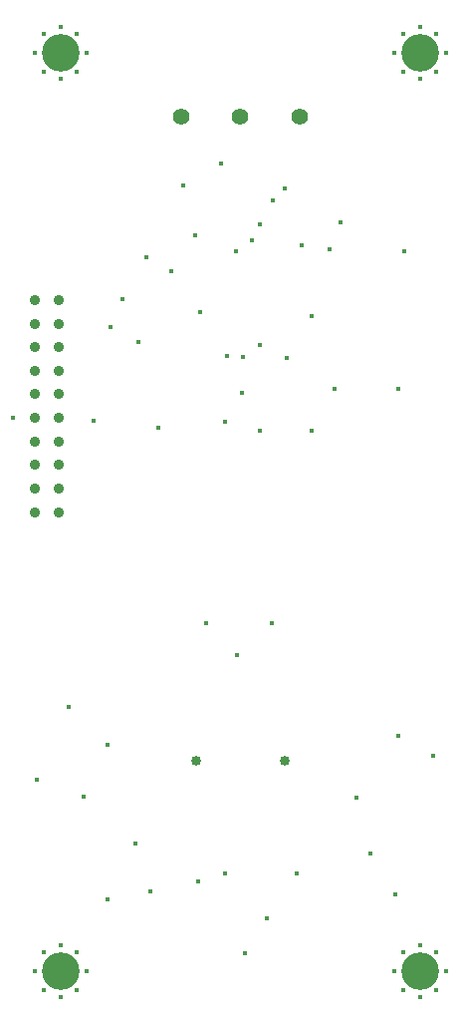
<source format=gbr>
%TF.GenerationSoftware,Altium Limited,Altium Designer,23.10.1 (27)*%
G04 Layer_Color=0*
%FSLAX45Y45*%
%MOMM*%
%TF.SameCoordinates,69DA4DD4-9858-4DDA-A9D3-A0AF371EC053*%
%TF.FilePolarity,Positive*%
%TF.FileFunction,Plated,1,2,PTH,Drill*%
%TF.Part,Single*%
G01*
G75*
%TA.AperFunction,ComponentDrill*%
%ADD66C,1.40000*%
%ADD67C,3.20000*%
%ADD68C,0.85000*%
%ADD69C,0.90000*%
%TA.AperFunction,ViaDrill,NotFilled*%
%ADD70C,0.40640*%
D66*
X1532000Y7753400D02*
D03*
X2032000D02*
D03*
X2532000D02*
D03*
D67*
X500000Y500000D02*
D03*
X3560000Y8300000D02*
D03*
Y500000D02*
D03*
X500000Y8300000D02*
D03*
D68*
X1652000Y2286000D02*
D03*
X2412000D02*
D03*
D69*
X487000Y6200000D02*
D03*
Y6000000D02*
D03*
Y5800000D02*
D03*
Y5600000D02*
D03*
Y5400000D02*
D03*
Y5200000D02*
D03*
Y5000000D02*
D03*
Y4800000D02*
D03*
X287000Y6200000D02*
D03*
Y6000000D02*
D03*
Y5800000D02*
D03*
Y5600000D02*
D03*
Y5400000D02*
D03*
Y5200000D02*
D03*
Y5000000D02*
D03*
Y4800000D02*
D03*
Y4600000D02*
D03*
X487000D02*
D03*
Y4400000D02*
D03*
X287000D02*
D03*
D70*
X3669501Y2333724D02*
D03*
X3021801Y1978124D02*
D03*
X3352001Y1152624D02*
D03*
X2513801Y1330424D02*
D03*
X2069301Y657324D02*
D03*
X1675601Y1266924D02*
D03*
X900901Y1114524D02*
D03*
X1143000Y1587500D02*
D03*
X304001Y2130524D02*
D03*
X900901Y2422624D02*
D03*
X2298700Y3454400D02*
D03*
X2005801Y3184624D02*
D03*
X2636141Y5093500D02*
D03*
X3377401Y5445224D02*
D03*
X2832100Y5448300D02*
D03*
X1650201Y6753324D02*
D03*
X2640801Y6067524D02*
D03*
X2424901Y5711924D02*
D03*
X1916901Y5724624D02*
D03*
X1332701Y5115024D02*
D03*
X100801Y5203924D02*
D03*
X786601Y5178524D02*
D03*
X1231101Y6562824D02*
D03*
X1548601Y7172424D02*
D03*
X1866101Y7362924D02*
D03*
X2412201Y7147024D02*
D03*
X2133600Y6705600D02*
D03*
X3428201Y6613624D02*
D03*
X2794000Y6629400D02*
D03*
X2044700Y5413277D02*
D03*
X2197100Y6845300D02*
D03*
Y5092700D02*
D03*
X2057400Y5715000D02*
D03*
X1905000Y5168900D02*
D03*
X2552700Y6667500D02*
D03*
X1168400Y5842000D02*
D03*
X1689100Y6096000D02*
D03*
X2882900Y6858000D02*
D03*
X2197100Y5816600D02*
D03*
X1028700Y6210300D02*
D03*
X1739900Y3454400D02*
D03*
X927100Y5969000D02*
D03*
X571500Y2743200D02*
D03*
X1905000Y1333500D02*
D03*
X3378200Y2501900D02*
D03*
X3136900Y1498600D02*
D03*
X2260600Y952500D02*
D03*
X1270000Y1181100D02*
D03*
X698500Y1981200D02*
D03*
X1445862Y6443685D02*
D03*
X1993900Y6616700D02*
D03*
X2311400Y7048500D02*
D03*
X280000Y500000D02*
D03*
X360000Y340000D02*
D03*
X500000Y280000D02*
D03*
X640000Y340000D02*
D03*
X720000Y500000D02*
D03*
X640000Y660000D02*
D03*
X500000Y720000D02*
D03*
X360000Y660000D02*
D03*
X3340000Y8300000D02*
D03*
X3420000Y8140000D02*
D03*
X3560000Y8080000D02*
D03*
X3700000Y8140000D02*
D03*
X3780000Y8300000D02*
D03*
X3700000Y8460000D02*
D03*
X3560000Y8520000D02*
D03*
X3420000Y8460000D02*
D03*
X3340000Y500000D02*
D03*
X3420000Y340000D02*
D03*
X3560000Y280000D02*
D03*
X3700000Y340000D02*
D03*
X3780000Y500000D02*
D03*
X3700000Y660000D02*
D03*
X3560000Y720000D02*
D03*
X3420000Y660000D02*
D03*
X280000Y8300000D02*
D03*
X360000Y8140000D02*
D03*
X500000Y8080000D02*
D03*
X640000Y8140000D02*
D03*
X720000Y8300000D02*
D03*
X640000Y8460000D02*
D03*
X500000Y8520000D02*
D03*
X360000Y8460000D02*
D03*
%TF.MD5,a58387521a96e58439e96bd1130468c5*%
M02*

</source>
